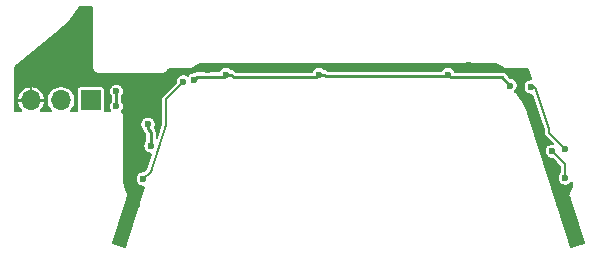
<source format=gbr>
%TF.GenerationSoftware,KiCad,Pcbnew,5.1.9-73d0e3b20d~88~ubuntu20.04.1*%
%TF.CreationDate,2021-04-06T18:29:42+02:00*%
%TF.ProjectId,AB_LED_PCB,41425f4c-4544-45f5-9043-422e6b696361,rev?*%
%TF.SameCoordinates,Original*%
%TF.FileFunction,Copper,L2,Bot*%
%TF.FilePolarity,Positive*%
%FSLAX46Y46*%
G04 Gerber Fmt 4.6, Leading zero omitted, Abs format (unit mm)*
G04 Created by KiCad (PCBNEW 5.1.9-73d0e3b20d~88~ubuntu20.04.1) date 2021-04-06 18:29:42*
%MOMM*%
%LPD*%
G01*
G04 APERTURE LIST*
%TA.AperFunction,ComponentPad*%
%ADD10O,1.700000X1.700000*%
%TD*%
%TA.AperFunction,ComponentPad*%
%ADD11R,1.700000X1.700000*%
%TD*%
%TA.AperFunction,ViaPad*%
%ADD12C,0.600000*%
%TD*%
%TA.AperFunction,Conductor*%
%ADD13C,0.250000*%
%TD*%
%TA.AperFunction,Conductor*%
%ADD14C,0.150000*%
%TD*%
%TA.AperFunction,Conductor*%
%ADD15C,0.200000*%
%TD*%
%TA.AperFunction,Conductor*%
%ADD16C,0.100000*%
%TD*%
G04 APERTURE END LIST*
D10*
%TO.P,J1,3*%
%TO.N,GND*%
X151765000Y-102997000D03*
%TO.P,J1,2*%
%TO.N,Net-(D5-Pad3)*%
X154305000Y-102997000D03*
D11*
%TO.P,J1,1*%
%TO.N,+5V*%
X156845000Y-102997000D03*
%TD*%
D12*
%TO.N,GND*%
X195261959Y-107824787D03*
X196498045Y-111709610D03*
X179324000Y-100064349D03*
X171196000Y-100064349D03*
X160708134Y-111863145D03*
X160655000Y-103505000D03*
X160365010Y-107789649D03*
X160541173Y-110037617D03*
X166752060Y-100432010D03*
X174434500Y-100314385D03*
X184594500Y-100330000D03*
X188808974Y-100014349D03*
X194458993Y-104181515D03*
%TO.N,+5V*%
X187071000Y-100814350D03*
X176149000Y-100814350D03*
X168275000Y-100814350D03*
X165576890Y-101274207D03*
X192316578Y-101741269D03*
%TO.N,Net-(D2-Pad1)*%
X196981460Y-107107012D03*
X194119500Y-101854000D03*
%TO.N,Net-(D3-Pad1)*%
X195898998Y-107315000D03*
X197006580Y-109575271D03*
%TO.N,Net-(D5-Pad3)*%
X161919714Y-106849107D03*
X161671000Y-105029000D03*
X159004000Y-103505000D03*
X159004000Y-102235000D03*
%TO.N,Net-(D6-Pad1)*%
X161281214Y-109659012D03*
X164675492Y-101433128D03*
%TD*%
D13*
%TO.N,+5V*%
X168275000Y-100814350D02*
X168082339Y-101007011D01*
X168082339Y-101007011D02*
X165844086Y-101007011D01*
X165844086Y-101007011D02*
X165576890Y-101274207D01*
X176149000Y-100814350D02*
X175924011Y-101039339D01*
X175924011Y-101039339D02*
X168924253Y-101039339D01*
X168699264Y-100814350D02*
X168275000Y-100814350D01*
X168924253Y-101039339D02*
X168699264Y-100814350D01*
X186916849Y-100968501D02*
X176727415Y-100968501D01*
X176573264Y-100814350D02*
X176149000Y-100814350D01*
X187071000Y-100814350D02*
X186916849Y-100968501D01*
X176727415Y-100968501D02*
X176573264Y-100814350D01*
X187285150Y-101028500D02*
X187071000Y-100814350D01*
X191603809Y-101028500D02*
X187285150Y-101028500D01*
X192316578Y-101741269D02*
X191603809Y-101028500D01*
D14*
%TO.N,Net-(D2-Pad1)*%
X194437000Y-101854000D02*
X194119500Y-101854000D01*
X196981460Y-107107012D02*
X195590974Y-105716526D01*
X195590974Y-105417609D02*
X194456451Y-101873451D01*
X194456451Y-101873451D02*
X194437000Y-101854000D01*
X195590974Y-105716526D02*
X195590974Y-105417609D01*
%TO.N,Net-(D3-Pad1)*%
X197006580Y-108422582D02*
X195898998Y-107315000D01*
X197006580Y-109575271D02*
X197006580Y-108422582D01*
D13*
%TO.N,Net-(D5-Pad3)*%
X161919714Y-106849107D02*
X161919714Y-105658714D01*
X161671000Y-105410000D02*
X161671000Y-105029000D01*
X161919714Y-105658714D02*
X161671000Y-105410000D01*
X159004000Y-103505000D02*
X159004000Y-102235000D01*
D14*
%TO.N,Net-(D6-Pad1)*%
X161912961Y-109027265D02*
X163195000Y-105057509D01*
X161281214Y-109659012D02*
X161912961Y-109027265D01*
X163195000Y-102913620D02*
X164675492Y-101433128D01*
X163195000Y-105057509D02*
X163195000Y-102913620D01*
%TD*%
D15*
%TO.N,GND*%
X156946366Y-100249726D02*
X156944188Y-100271841D01*
X156952876Y-100360056D01*
X156978608Y-100444882D01*
X157020394Y-100523057D01*
X157076628Y-100591578D01*
X157145149Y-100647812D01*
X157223324Y-100689598D01*
X157308150Y-100715330D01*
X157374260Y-100721841D01*
X157374261Y-100721841D01*
X157396365Y-100724018D01*
X157418470Y-100721841D01*
X162967554Y-100721841D01*
X163008401Y-100722465D01*
X163033632Y-100717846D01*
X163059176Y-100715330D01*
X163077141Y-100709880D01*
X163095594Y-100706502D01*
X163119438Y-100697049D01*
X163144002Y-100689598D01*
X163160559Y-100680748D01*
X163177997Y-100673835D01*
X163199539Y-100659912D01*
X163222177Y-100647812D01*
X163236688Y-100635903D01*
X163252444Y-100625720D01*
X163270859Y-100607860D01*
X163290698Y-100591578D01*
X163302605Y-100577070D01*
X163316074Y-100564006D01*
X163330652Y-100542894D01*
X163346932Y-100523057D01*
X163355780Y-100506503D01*
X163366442Y-100491063D01*
X163376620Y-100467516D01*
X163388718Y-100444882D01*
X163400596Y-100405724D01*
X163413841Y-100364350D01*
X165147159Y-100364350D01*
X165153287Y-100365395D01*
X165191376Y-100364350D01*
X165207352Y-100364350D01*
X165213521Y-100363742D01*
X165241894Y-100362964D01*
X165257510Y-100359410D01*
X165273462Y-100357839D01*
X165300645Y-100349593D01*
X165328327Y-100343293D01*
X165342954Y-100336759D01*
X165358288Y-100332107D01*
X165383336Y-100318718D01*
X165388980Y-100316197D01*
X165402821Y-100308304D01*
X165436463Y-100290321D01*
X165441273Y-100286373D01*
X166093586Y-99914349D01*
X191162389Y-99914349D01*
X191814703Y-100286375D01*
X191819511Y-100290321D01*
X191853138Y-100308295D01*
X191866993Y-100316197D01*
X191872643Y-100318721D01*
X191897686Y-100332107D01*
X191913017Y-100336758D01*
X191927646Y-100343293D01*
X191955332Y-100349594D01*
X191982512Y-100357839D01*
X191998463Y-100359410D01*
X192014079Y-100362964D01*
X192042453Y-100363742D01*
X192048622Y-100364350D01*
X192064598Y-100364350D01*
X192102687Y-100365395D01*
X192108815Y-100364350D01*
X193842133Y-100364350D01*
X194110914Y-101204000D01*
X194055481Y-101204000D01*
X193929902Y-101228979D01*
X193811610Y-101277978D01*
X193705149Y-101349112D01*
X193614612Y-101439649D01*
X193543478Y-101546110D01*
X193494479Y-101664402D01*
X193469500Y-101789981D01*
X193469500Y-101918019D01*
X193494479Y-102043598D01*
X193543478Y-102161890D01*
X193614612Y-102268351D01*
X193705149Y-102358888D01*
X193811610Y-102430022D01*
X193929902Y-102479021D01*
X194055481Y-102504000D01*
X194183519Y-102504000D01*
X194210344Y-102498664D01*
X195165974Y-105483975D01*
X195165974Y-105695659D01*
X195163919Y-105716526D01*
X195165974Y-105737393D01*
X195165974Y-105737399D01*
X195172124Y-105799839D01*
X195196426Y-105879952D01*
X195235890Y-105953785D01*
X195289000Y-106018500D01*
X195305217Y-106031809D01*
X195938408Y-106665000D01*
X195834979Y-106665000D01*
X195709400Y-106689979D01*
X195591108Y-106738978D01*
X195484647Y-106810112D01*
X195394110Y-106900649D01*
X195322976Y-107007110D01*
X195273977Y-107125402D01*
X195248998Y-107250981D01*
X195248998Y-107379019D01*
X195273977Y-107504598D01*
X195322976Y-107622890D01*
X195394110Y-107729351D01*
X195484647Y-107819888D01*
X195591108Y-107891022D01*
X195709400Y-107940021D01*
X195834979Y-107965000D01*
X195947958Y-107965000D01*
X196581581Y-108598624D01*
X196581580Y-109081032D01*
X196501692Y-109160920D01*
X196430558Y-109267381D01*
X196381559Y-109385673D01*
X196356580Y-109511252D01*
X196356580Y-109639290D01*
X196381559Y-109764869D01*
X196430558Y-109883161D01*
X196501692Y-109989622D01*
X196592229Y-110080159D01*
X196698690Y-110151293D01*
X196816982Y-110200292D01*
X196942561Y-110225271D01*
X197070599Y-110225271D01*
X197196178Y-110200292D01*
X197314470Y-110151293D01*
X197420931Y-110080159D01*
X197511468Y-109989622D01*
X197582602Y-109883161D01*
X197588899Y-109867959D01*
X197588899Y-109930048D01*
X197559167Y-110233279D01*
X197477493Y-110503797D01*
X197333207Y-110775158D01*
X197318705Y-110797597D01*
X197286039Y-110880000D01*
X197270075Y-110967193D01*
X197271429Y-111055824D01*
X197285383Y-111120772D01*
X198547128Y-115062357D01*
X197528408Y-115388462D01*
X193862276Y-104035544D01*
X193858547Y-104026977D01*
X193740839Y-103708349D01*
X193728287Y-103682470D01*
X193717513Y-103655804D01*
X193714564Y-103650256D01*
X193343261Y-102963548D01*
X193320426Y-102929693D01*
X193298121Y-102895608D01*
X193294154Y-102890744D01*
X193294150Y-102890738D01*
X193294145Y-102890733D01*
X192796537Y-102289227D01*
X192767577Y-102260468D01*
X192742365Y-102234721D01*
X192821466Y-102155620D01*
X192892600Y-102049159D01*
X192941599Y-101930867D01*
X192966578Y-101805288D01*
X192966578Y-101677250D01*
X192941599Y-101551671D01*
X192892600Y-101433379D01*
X192821466Y-101326918D01*
X192730929Y-101236381D01*
X192624468Y-101165247D01*
X192506176Y-101116248D01*
X192380597Y-101091269D01*
X192338329Y-101091269D01*
X191956193Y-100709133D01*
X191941310Y-100690999D01*
X191868982Y-100631641D01*
X191786463Y-100587534D01*
X191696925Y-100560373D01*
X191627141Y-100553500D01*
X191603809Y-100551202D01*
X191580477Y-100553500D01*
X187666507Y-100553500D01*
X187647022Y-100506460D01*
X187575888Y-100399999D01*
X187485351Y-100309462D01*
X187378890Y-100238328D01*
X187260598Y-100189329D01*
X187135019Y-100164350D01*
X187006981Y-100164350D01*
X186881402Y-100189329D01*
X186763110Y-100238328D01*
X186656649Y-100309462D01*
X186566112Y-100399999D01*
X186503637Y-100493501D01*
X176924431Y-100493501D01*
X176910765Y-100476849D01*
X176838437Y-100417491D01*
X176755918Y-100373384D01*
X176666380Y-100346223D01*
X176596596Y-100339350D01*
X176592872Y-100338983D01*
X176563351Y-100309462D01*
X176456890Y-100238328D01*
X176338598Y-100189329D01*
X176213019Y-100164350D01*
X176084981Y-100164350D01*
X175959402Y-100189329D01*
X175841110Y-100238328D01*
X175734649Y-100309462D01*
X175644112Y-100399999D01*
X175572978Y-100506460D01*
X175549003Y-100564339D01*
X169121003Y-100564339D01*
X169051648Y-100494984D01*
X169036765Y-100476849D01*
X168964437Y-100417491D01*
X168881918Y-100373384D01*
X168792380Y-100346223D01*
X168722596Y-100339350D01*
X168718872Y-100338983D01*
X168689351Y-100309462D01*
X168582890Y-100238328D01*
X168464598Y-100189329D01*
X168339019Y-100164350D01*
X168210981Y-100164350D01*
X168085402Y-100189329D01*
X167967110Y-100238328D01*
X167860649Y-100309462D01*
X167770112Y-100399999D01*
X167698978Y-100506460D01*
X167688394Y-100532011D01*
X165867417Y-100532011D01*
X165844085Y-100529713D01*
X165750969Y-100538884D01*
X165723808Y-100547123D01*
X165661432Y-100566045D01*
X165578913Y-100610152D01*
X165561787Y-100624207D01*
X165512871Y-100624207D01*
X165387292Y-100649186D01*
X165269000Y-100698185D01*
X165162539Y-100769319D01*
X165072002Y-100859856D01*
X165045920Y-100898892D01*
X164983382Y-100857106D01*
X164865090Y-100808107D01*
X164739511Y-100783128D01*
X164611473Y-100783128D01*
X164485894Y-100808107D01*
X164367602Y-100857106D01*
X164261141Y-100928240D01*
X164170604Y-101018777D01*
X164099470Y-101125238D01*
X164050471Y-101243530D01*
X164025492Y-101369109D01*
X164025492Y-101482087D01*
X162909239Y-102598341D01*
X162893027Y-102611646D01*
X162839917Y-102676360D01*
X162826044Y-102702315D01*
X162800453Y-102750193D01*
X162776150Y-102830306D01*
X162767945Y-102913620D01*
X162770001Y-102934497D01*
X162770000Y-104990581D01*
X162394714Y-106152633D01*
X162394714Y-105682046D01*
X162397012Y-105658714D01*
X162387841Y-105565598D01*
X162360680Y-105476060D01*
X162349252Y-105454680D01*
X162316573Y-105393541D01*
X162257215Y-105321213D01*
X162254454Y-105318947D01*
X162296021Y-105218598D01*
X162321000Y-105093019D01*
X162321000Y-104964981D01*
X162296021Y-104839402D01*
X162247022Y-104721110D01*
X162175888Y-104614649D01*
X162085351Y-104524112D01*
X161978890Y-104452978D01*
X161860598Y-104403979D01*
X161735019Y-104379000D01*
X161606981Y-104379000D01*
X161481402Y-104403979D01*
X161363110Y-104452978D01*
X161256649Y-104524112D01*
X161166112Y-104614649D01*
X161094978Y-104721110D01*
X161045979Y-104839402D01*
X161021000Y-104964981D01*
X161021000Y-105093019D01*
X161045979Y-105218598D01*
X161094978Y-105336890D01*
X161166112Y-105443351D01*
X161200360Y-105477599D01*
X161202598Y-105500327D01*
X161202873Y-105503115D01*
X161230034Y-105592653D01*
X161274141Y-105675173D01*
X161333499Y-105747501D01*
X161351633Y-105762383D01*
X161444715Y-105855465D01*
X161444714Y-106404868D01*
X161414826Y-106434756D01*
X161343692Y-106541217D01*
X161294693Y-106659509D01*
X161269714Y-106785088D01*
X161269714Y-106913126D01*
X161294693Y-107038705D01*
X161343692Y-107156997D01*
X161414826Y-107263458D01*
X161505363Y-107353995D01*
X161611824Y-107425129D01*
X161730116Y-107474128D01*
X161855695Y-107499107D01*
X161959868Y-107499107D01*
X161540010Y-108799176D01*
X161330173Y-109009012D01*
X161217195Y-109009012D01*
X161091616Y-109033991D01*
X160973324Y-109082990D01*
X160866863Y-109154124D01*
X160776326Y-109244661D01*
X160705192Y-109351122D01*
X160656193Y-109469414D01*
X160631214Y-109594993D01*
X160631214Y-109723031D01*
X160656193Y-109848610D01*
X160705192Y-109966902D01*
X160776326Y-110073363D01*
X160866863Y-110163900D01*
X160973324Y-110235034D01*
X161091616Y-110284033D01*
X161217195Y-110309012D01*
X161345233Y-110309012D01*
X161369213Y-110304242D01*
X159727287Y-115388372D01*
X158708845Y-115062357D01*
X159970591Y-111120773D01*
X159984545Y-111055825D01*
X159985899Y-110967192D01*
X159969936Y-110880000D01*
X159937269Y-110797596D01*
X159923528Y-110776334D01*
X159778873Y-110504745D01*
X159697009Y-110234295D01*
X159667076Y-109931244D01*
X159667076Y-104347788D01*
X159669253Y-104325683D01*
X159660565Y-104237468D01*
X159634833Y-104152642D01*
X159593047Y-104074467D01*
X159536813Y-104005946D01*
X159473914Y-103954325D01*
X159508888Y-103919351D01*
X159580022Y-103812890D01*
X159629021Y-103694598D01*
X159654000Y-103569019D01*
X159654000Y-103440981D01*
X159629021Y-103315402D01*
X159580022Y-103197110D01*
X159508888Y-103090649D01*
X159479000Y-103060761D01*
X159479000Y-102679239D01*
X159508888Y-102649351D01*
X159580022Y-102542890D01*
X159629021Y-102424598D01*
X159654000Y-102299019D01*
X159654000Y-102170981D01*
X159629021Y-102045402D01*
X159580022Y-101927110D01*
X159508888Y-101820649D01*
X159418351Y-101730112D01*
X159311890Y-101658978D01*
X159193598Y-101609979D01*
X159068019Y-101585000D01*
X158939981Y-101585000D01*
X158814402Y-101609979D01*
X158696110Y-101658978D01*
X158589649Y-101730112D01*
X158499112Y-101820649D01*
X158427978Y-101927110D01*
X158378979Y-102045402D01*
X158354000Y-102170981D01*
X158354000Y-102299019D01*
X158378979Y-102424598D01*
X158427978Y-102542890D01*
X158499112Y-102649351D01*
X158529001Y-102679240D01*
X158529000Y-103060761D01*
X158499112Y-103090649D01*
X158427978Y-103197110D01*
X158378979Y-103315402D01*
X158354000Y-103440981D01*
X158354000Y-103569019D01*
X158378979Y-103694598D01*
X158427978Y-103812890D01*
X158469934Y-103875683D01*
X158043868Y-103875683D01*
X158046693Y-103847000D01*
X158046693Y-102147000D01*
X158039935Y-102078388D01*
X158019922Y-102012413D01*
X157987422Y-101951610D01*
X157943685Y-101898315D01*
X157890390Y-101854578D01*
X157829587Y-101822078D01*
X157763612Y-101802065D01*
X157695000Y-101795307D01*
X155995000Y-101795307D01*
X155926388Y-101802065D01*
X155860413Y-101822078D01*
X155799610Y-101854578D01*
X155746315Y-101898315D01*
X155702578Y-101951610D01*
X155670078Y-102012413D01*
X155650065Y-102078388D01*
X155643307Y-102147000D01*
X155643307Y-103847000D01*
X155646132Y-103875683D01*
X155123373Y-103875683D01*
X155237101Y-103761955D01*
X155368426Y-103565413D01*
X155458884Y-103347027D01*
X155505000Y-103115190D01*
X155505000Y-102878810D01*
X155458884Y-102646973D01*
X155368426Y-102428587D01*
X155237101Y-102232045D01*
X155069955Y-102064899D01*
X154873413Y-101933574D01*
X154655027Y-101843116D01*
X154423190Y-101797000D01*
X154186810Y-101797000D01*
X153954973Y-101843116D01*
X153736587Y-101933574D01*
X153540045Y-102064899D01*
X153372899Y-102232045D01*
X153241574Y-102428587D01*
X153151116Y-102646973D01*
X153105000Y-102878810D01*
X153105000Y-103115190D01*
X153151116Y-103347027D01*
X153241574Y-103565413D01*
X153372899Y-103761955D01*
X153486627Y-103875683D01*
X152575105Y-103875683D01*
X152629026Y-103829742D01*
X152774884Y-103645178D01*
X152881933Y-103435705D01*
X152946059Y-103209373D01*
X152877241Y-103022000D01*
X151790000Y-103022000D01*
X151790000Y-103042000D01*
X151740000Y-103042000D01*
X151740000Y-103022000D01*
X150652759Y-103022000D01*
X150583941Y-103209373D01*
X150648067Y-103435705D01*
X150755116Y-103645178D01*
X150900974Y-103829742D01*
X150954895Y-103875683D01*
X150450000Y-103875683D01*
X150450000Y-102784627D01*
X150583941Y-102784627D01*
X150652759Y-102972000D01*
X151740000Y-102972000D01*
X151740000Y-101884781D01*
X151790000Y-101884781D01*
X151790000Y-102972000D01*
X152877241Y-102972000D01*
X152946059Y-102784627D01*
X152881933Y-102558295D01*
X152774884Y-102348822D01*
X152629026Y-102164258D01*
X152449964Y-102011696D01*
X152244579Y-101896998D01*
X152020764Y-101824573D01*
X151977373Y-101815942D01*
X151790000Y-101884781D01*
X151740000Y-101884781D01*
X151552627Y-101815942D01*
X151509236Y-101824573D01*
X151285421Y-101896998D01*
X151080036Y-102011696D01*
X150900974Y-102164258D01*
X150755116Y-102348822D01*
X150648067Y-102558295D01*
X150583941Y-102784627D01*
X150450000Y-102784627D01*
X150450000Y-100209838D01*
X154121422Y-97129149D01*
X154127029Y-97123418D01*
X154580396Y-96714624D01*
X154582151Y-96712817D01*
X154584114Y-96711234D01*
X154612841Y-96682224D01*
X155392460Y-95819976D01*
X155398305Y-95812580D01*
X155404805Y-95805735D01*
X155429443Y-95773180D01*
X155892436Y-95100000D01*
X156946365Y-95100000D01*
X156946366Y-100249726D01*
%TA.AperFunction,Conductor*%
D16*
G36*
X156946366Y-100249726D02*
G01*
X156944188Y-100271841D01*
X156952876Y-100360056D01*
X156978608Y-100444882D01*
X157020394Y-100523057D01*
X157076628Y-100591578D01*
X157145149Y-100647812D01*
X157223324Y-100689598D01*
X157308150Y-100715330D01*
X157374260Y-100721841D01*
X157374261Y-100721841D01*
X157396365Y-100724018D01*
X157418470Y-100721841D01*
X162967554Y-100721841D01*
X163008401Y-100722465D01*
X163033632Y-100717846D01*
X163059176Y-100715330D01*
X163077141Y-100709880D01*
X163095594Y-100706502D01*
X163119438Y-100697049D01*
X163144002Y-100689598D01*
X163160559Y-100680748D01*
X163177997Y-100673835D01*
X163199539Y-100659912D01*
X163222177Y-100647812D01*
X163236688Y-100635903D01*
X163252444Y-100625720D01*
X163270859Y-100607860D01*
X163290698Y-100591578D01*
X163302605Y-100577070D01*
X163316074Y-100564006D01*
X163330652Y-100542894D01*
X163346932Y-100523057D01*
X163355780Y-100506503D01*
X163366442Y-100491063D01*
X163376620Y-100467516D01*
X163388718Y-100444882D01*
X163400596Y-100405724D01*
X163413841Y-100364350D01*
X165147159Y-100364350D01*
X165153287Y-100365395D01*
X165191376Y-100364350D01*
X165207352Y-100364350D01*
X165213521Y-100363742D01*
X165241894Y-100362964D01*
X165257510Y-100359410D01*
X165273462Y-100357839D01*
X165300645Y-100349593D01*
X165328327Y-100343293D01*
X165342954Y-100336759D01*
X165358288Y-100332107D01*
X165383336Y-100318718D01*
X165388980Y-100316197D01*
X165402821Y-100308304D01*
X165436463Y-100290321D01*
X165441273Y-100286373D01*
X166093586Y-99914349D01*
X191162389Y-99914349D01*
X191814703Y-100286375D01*
X191819511Y-100290321D01*
X191853138Y-100308295D01*
X191866993Y-100316197D01*
X191872643Y-100318721D01*
X191897686Y-100332107D01*
X191913017Y-100336758D01*
X191927646Y-100343293D01*
X191955332Y-100349594D01*
X191982512Y-100357839D01*
X191998463Y-100359410D01*
X192014079Y-100362964D01*
X192042453Y-100363742D01*
X192048622Y-100364350D01*
X192064598Y-100364350D01*
X192102687Y-100365395D01*
X192108815Y-100364350D01*
X193842133Y-100364350D01*
X194110914Y-101204000D01*
X194055481Y-101204000D01*
X193929902Y-101228979D01*
X193811610Y-101277978D01*
X193705149Y-101349112D01*
X193614612Y-101439649D01*
X193543478Y-101546110D01*
X193494479Y-101664402D01*
X193469500Y-101789981D01*
X193469500Y-101918019D01*
X193494479Y-102043598D01*
X193543478Y-102161890D01*
X193614612Y-102268351D01*
X193705149Y-102358888D01*
X193811610Y-102430022D01*
X193929902Y-102479021D01*
X194055481Y-102504000D01*
X194183519Y-102504000D01*
X194210344Y-102498664D01*
X195165974Y-105483975D01*
X195165974Y-105695659D01*
X195163919Y-105716526D01*
X195165974Y-105737393D01*
X195165974Y-105737399D01*
X195172124Y-105799839D01*
X195196426Y-105879952D01*
X195235890Y-105953785D01*
X195289000Y-106018500D01*
X195305217Y-106031809D01*
X195938408Y-106665000D01*
X195834979Y-106665000D01*
X195709400Y-106689979D01*
X195591108Y-106738978D01*
X195484647Y-106810112D01*
X195394110Y-106900649D01*
X195322976Y-107007110D01*
X195273977Y-107125402D01*
X195248998Y-107250981D01*
X195248998Y-107379019D01*
X195273977Y-107504598D01*
X195322976Y-107622890D01*
X195394110Y-107729351D01*
X195484647Y-107819888D01*
X195591108Y-107891022D01*
X195709400Y-107940021D01*
X195834979Y-107965000D01*
X195947958Y-107965000D01*
X196581581Y-108598624D01*
X196581580Y-109081032D01*
X196501692Y-109160920D01*
X196430558Y-109267381D01*
X196381559Y-109385673D01*
X196356580Y-109511252D01*
X196356580Y-109639290D01*
X196381559Y-109764869D01*
X196430558Y-109883161D01*
X196501692Y-109989622D01*
X196592229Y-110080159D01*
X196698690Y-110151293D01*
X196816982Y-110200292D01*
X196942561Y-110225271D01*
X197070599Y-110225271D01*
X197196178Y-110200292D01*
X197314470Y-110151293D01*
X197420931Y-110080159D01*
X197511468Y-109989622D01*
X197582602Y-109883161D01*
X197588899Y-109867959D01*
X197588899Y-109930048D01*
X197559167Y-110233279D01*
X197477493Y-110503797D01*
X197333207Y-110775158D01*
X197318705Y-110797597D01*
X197286039Y-110880000D01*
X197270075Y-110967193D01*
X197271429Y-111055824D01*
X197285383Y-111120772D01*
X198547128Y-115062357D01*
X197528408Y-115388462D01*
X193862276Y-104035544D01*
X193858547Y-104026977D01*
X193740839Y-103708349D01*
X193728287Y-103682470D01*
X193717513Y-103655804D01*
X193714564Y-103650256D01*
X193343261Y-102963548D01*
X193320426Y-102929693D01*
X193298121Y-102895608D01*
X193294154Y-102890744D01*
X193294150Y-102890738D01*
X193294145Y-102890733D01*
X192796537Y-102289227D01*
X192767577Y-102260468D01*
X192742365Y-102234721D01*
X192821466Y-102155620D01*
X192892600Y-102049159D01*
X192941599Y-101930867D01*
X192966578Y-101805288D01*
X192966578Y-101677250D01*
X192941599Y-101551671D01*
X192892600Y-101433379D01*
X192821466Y-101326918D01*
X192730929Y-101236381D01*
X192624468Y-101165247D01*
X192506176Y-101116248D01*
X192380597Y-101091269D01*
X192338329Y-101091269D01*
X191956193Y-100709133D01*
X191941310Y-100690999D01*
X191868982Y-100631641D01*
X191786463Y-100587534D01*
X191696925Y-100560373D01*
X191627141Y-100553500D01*
X191603809Y-100551202D01*
X191580477Y-100553500D01*
X187666507Y-100553500D01*
X187647022Y-100506460D01*
X187575888Y-100399999D01*
X187485351Y-100309462D01*
X187378890Y-100238328D01*
X187260598Y-100189329D01*
X187135019Y-100164350D01*
X187006981Y-100164350D01*
X186881402Y-100189329D01*
X186763110Y-100238328D01*
X186656649Y-100309462D01*
X186566112Y-100399999D01*
X186503637Y-100493501D01*
X176924431Y-100493501D01*
X176910765Y-100476849D01*
X176838437Y-100417491D01*
X176755918Y-100373384D01*
X176666380Y-100346223D01*
X176596596Y-100339350D01*
X176592872Y-100338983D01*
X176563351Y-100309462D01*
X176456890Y-100238328D01*
X176338598Y-100189329D01*
X176213019Y-100164350D01*
X176084981Y-100164350D01*
X175959402Y-100189329D01*
X175841110Y-100238328D01*
X175734649Y-100309462D01*
X175644112Y-100399999D01*
X175572978Y-100506460D01*
X175549003Y-100564339D01*
X169121003Y-100564339D01*
X169051648Y-100494984D01*
X169036765Y-100476849D01*
X168964437Y-100417491D01*
X168881918Y-100373384D01*
X168792380Y-100346223D01*
X168722596Y-100339350D01*
X168718872Y-100338983D01*
X168689351Y-100309462D01*
X168582890Y-100238328D01*
X168464598Y-100189329D01*
X168339019Y-100164350D01*
X168210981Y-100164350D01*
X168085402Y-100189329D01*
X167967110Y-100238328D01*
X167860649Y-100309462D01*
X167770112Y-100399999D01*
X167698978Y-100506460D01*
X167688394Y-100532011D01*
X165867417Y-100532011D01*
X165844085Y-100529713D01*
X165750969Y-100538884D01*
X165723808Y-100547123D01*
X165661432Y-100566045D01*
X165578913Y-100610152D01*
X165561787Y-100624207D01*
X165512871Y-100624207D01*
X165387292Y-100649186D01*
X165269000Y-100698185D01*
X165162539Y-100769319D01*
X165072002Y-100859856D01*
X165045920Y-100898892D01*
X164983382Y-100857106D01*
X164865090Y-100808107D01*
X164739511Y-100783128D01*
X164611473Y-100783128D01*
X164485894Y-100808107D01*
X164367602Y-100857106D01*
X164261141Y-100928240D01*
X164170604Y-101018777D01*
X164099470Y-101125238D01*
X164050471Y-101243530D01*
X164025492Y-101369109D01*
X164025492Y-101482087D01*
X162909239Y-102598341D01*
X162893027Y-102611646D01*
X162839917Y-102676360D01*
X162826044Y-102702315D01*
X162800453Y-102750193D01*
X162776150Y-102830306D01*
X162767945Y-102913620D01*
X162770001Y-102934497D01*
X162770000Y-104990581D01*
X162394714Y-106152633D01*
X162394714Y-105682046D01*
X162397012Y-105658714D01*
X162387841Y-105565598D01*
X162360680Y-105476060D01*
X162349252Y-105454680D01*
X162316573Y-105393541D01*
X162257215Y-105321213D01*
X162254454Y-105318947D01*
X162296021Y-105218598D01*
X162321000Y-105093019D01*
X162321000Y-104964981D01*
X162296021Y-104839402D01*
X162247022Y-104721110D01*
X162175888Y-104614649D01*
X162085351Y-104524112D01*
X161978890Y-104452978D01*
X161860598Y-104403979D01*
X161735019Y-104379000D01*
X161606981Y-104379000D01*
X161481402Y-104403979D01*
X161363110Y-104452978D01*
X161256649Y-104524112D01*
X161166112Y-104614649D01*
X161094978Y-104721110D01*
X161045979Y-104839402D01*
X161021000Y-104964981D01*
X161021000Y-105093019D01*
X161045979Y-105218598D01*
X161094978Y-105336890D01*
X161166112Y-105443351D01*
X161200360Y-105477599D01*
X161202598Y-105500327D01*
X161202873Y-105503115D01*
X161230034Y-105592653D01*
X161274141Y-105675173D01*
X161333499Y-105747501D01*
X161351633Y-105762383D01*
X161444715Y-105855465D01*
X161444714Y-106404868D01*
X161414826Y-106434756D01*
X161343692Y-106541217D01*
X161294693Y-106659509D01*
X161269714Y-106785088D01*
X161269714Y-106913126D01*
X161294693Y-107038705D01*
X161343692Y-107156997D01*
X161414826Y-107263458D01*
X161505363Y-107353995D01*
X161611824Y-107425129D01*
X161730116Y-107474128D01*
X161855695Y-107499107D01*
X161959868Y-107499107D01*
X161540010Y-108799176D01*
X161330173Y-109009012D01*
X161217195Y-109009012D01*
X161091616Y-109033991D01*
X160973324Y-109082990D01*
X160866863Y-109154124D01*
X160776326Y-109244661D01*
X160705192Y-109351122D01*
X160656193Y-109469414D01*
X160631214Y-109594993D01*
X160631214Y-109723031D01*
X160656193Y-109848610D01*
X160705192Y-109966902D01*
X160776326Y-110073363D01*
X160866863Y-110163900D01*
X160973324Y-110235034D01*
X161091616Y-110284033D01*
X161217195Y-110309012D01*
X161345233Y-110309012D01*
X161369213Y-110304242D01*
X159727287Y-115388372D01*
X158708845Y-115062357D01*
X159970591Y-111120773D01*
X159984545Y-111055825D01*
X159985899Y-110967192D01*
X159969936Y-110880000D01*
X159937269Y-110797596D01*
X159923528Y-110776334D01*
X159778873Y-110504745D01*
X159697009Y-110234295D01*
X159667076Y-109931244D01*
X159667076Y-104347788D01*
X159669253Y-104325683D01*
X159660565Y-104237468D01*
X159634833Y-104152642D01*
X159593047Y-104074467D01*
X159536813Y-104005946D01*
X159473914Y-103954325D01*
X159508888Y-103919351D01*
X159580022Y-103812890D01*
X159629021Y-103694598D01*
X159654000Y-103569019D01*
X159654000Y-103440981D01*
X159629021Y-103315402D01*
X159580022Y-103197110D01*
X159508888Y-103090649D01*
X159479000Y-103060761D01*
X159479000Y-102679239D01*
X159508888Y-102649351D01*
X159580022Y-102542890D01*
X159629021Y-102424598D01*
X159654000Y-102299019D01*
X159654000Y-102170981D01*
X159629021Y-102045402D01*
X159580022Y-101927110D01*
X159508888Y-101820649D01*
X159418351Y-101730112D01*
X159311890Y-101658978D01*
X159193598Y-101609979D01*
X159068019Y-101585000D01*
X158939981Y-101585000D01*
X158814402Y-101609979D01*
X158696110Y-101658978D01*
X158589649Y-101730112D01*
X158499112Y-101820649D01*
X158427978Y-101927110D01*
X158378979Y-102045402D01*
X158354000Y-102170981D01*
X158354000Y-102299019D01*
X158378979Y-102424598D01*
X158427978Y-102542890D01*
X158499112Y-102649351D01*
X158529001Y-102679240D01*
X158529000Y-103060761D01*
X158499112Y-103090649D01*
X158427978Y-103197110D01*
X158378979Y-103315402D01*
X158354000Y-103440981D01*
X158354000Y-103569019D01*
X158378979Y-103694598D01*
X158427978Y-103812890D01*
X158469934Y-103875683D01*
X158043868Y-103875683D01*
X158046693Y-103847000D01*
X158046693Y-102147000D01*
X158039935Y-102078388D01*
X158019922Y-102012413D01*
X157987422Y-101951610D01*
X157943685Y-101898315D01*
X157890390Y-101854578D01*
X157829587Y-101822078D01*
X157763612Y-101802065D01*
X157695000Y-101795307D01*
X155995000Y-101795307D01*
X155926388Y-101802065D01*
X155860413Y-101822078D01*
X155799610Y-101854578D01*
X155746315Y-101898315D01*
X155702578Y-101951610D01*
X155670078Y-102012413D01*
X155650065Y-102078388D01*
X155643307Y-102147000D01*
X155643307Y-103847000D01*
X155646132Y-103875683D01*
X155123373Y-103875683D01*
X155237101Y-103761955D01*
X155368426Y-103565413D01*
X155458884Y-103347027D01*
X155505000Y-103115190D01*
X155505000Y-102878810D01*
X155458884Y-102646973D01*
X155368426Y-102428587D01*
X155237101Y-102232045D01*
X155069955Y-102064899D01*
X154873413Y-101933574D01*
X154655027Y-101843116D01*
X154423190Y-101797000D01*
X154186810Y-101797000D01*
X153954973Y-101843116D01*
X153736587Y-101933574D01*
X153540045Y-102064899D01*
X153372899Y-102232045D01*
X153241574Y-102428587D01*
X153151116Y-102646973D01*
X153105000Y-102878810D01*
X153105000Y-103115190D01*
X153151116Y-103347027D01*
X153241574Y-103565413D01*
X153372899Y-103761955D01*
X153486627Y-103875683D01*
X152575105Y-103875683D01*
X152629026Y-103829742D01*
X152774884Y-103645178D01*
X152881933Y-103435705D01*
X152946059Y-103209373D01*
X152877241Y-103022000D01*
X151790000Y-103022000D01*
X151790000Y-103042000D01*
X151740000Y-103042000D01*
X151740000Y-103022000D01*
X150652759Y-103022000D01*
X150583941Y-103209373D01*
X150648067Y-103435705D01*
X150755116Y-103645178D01*
X150900974Y-103829742D01*
X150954895Y-103875683D01*
X150450000Y-103875683D01*
X150450000Y-102784627D01*
X150583941Y-102784627D01*
X150652759Y-102972000D01*
X151740000Y-102972000D01*
X151740000Y-101884781D01*
X151790000Y-101884781D01*
X151790000Y-102972000D01*
X152877241Y-102972000D01*
X152946059Y-102784627D01*
X152881933Y-102558295D01*
X152774884Y-102348822D01*
X152629026Y-102164258D01*
X152449964Y-102011696D01*
X152244579Y-101896998D01*
X152020764Y-101824573D01*
X151977373Y-101815942D01*
X151790000Y-101884781D01*
X151740000Y-101884781D01*
X151552627Y-101815942D01*
X151509236Y-101824573D01*
X151285421Y-101896998D01*
X151080036Y-102011696D01*
X150900974Y-102164258D01*
X150755116Y-102348822D01*
X150648067Y-102558295D01*
X150583941Y-102784627D01*
X150450000Y-102784627D01*
X150450000Y-100209838D01*
X154121422Y-97129149D01*
X154127029Y-97123418D01*
X154580396Y-96714624D01*
X154582151Y-96712817D01*
X154584114Y-96711234D01*
X154612841Y-96682224D01*
X155392460Y-95819976D01*
X155398305Y-95812580D01*
X155404805Y-95805735D01*
X155429443Y-95773180D01*
X155892436Y-95100000D01*
X156946365Y-95100000D01*
X156946366Y-100249726D01*
G37*
%TD.AperFunction*%
%TD*%
M02*

</source>
